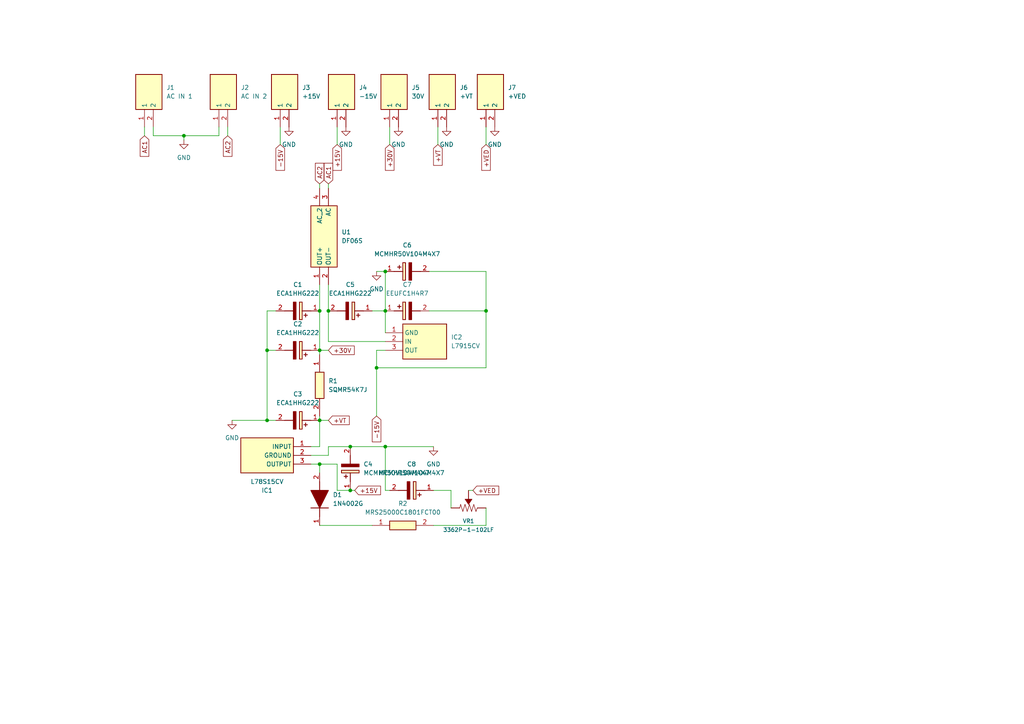
<source format=kicad_sch>
(kicad_sch (version 20230121) (generator eeschema)
  (paper "A4")
  (lib_symbols
    (symbol "SamacSys_Parts:1776119-2"
      (property "Reference" "J" (at 16.51 7.62 0))
      (property "Value" "1776119-2" (at 16.51 5.08 0))
      (symbol "1776119-2_1_1"
        (rectangle (start 5.08 2.54) (end 15.24 -5.08) (stroke (width 0.254)) (fill (type background)))
        (pin passive line (at 0 0 0) (length 5.08) (name "1") (number "1"))
        (pin passive line (at 0 -2.54 0) (length 5.08) (name "2") (number "2"))
      )
    )
    (symbol "SamacSys_Parts:1N4002G" (pin_names hide)
      (property "Reference" "D" (at 11.43 5.08 0))
      (property "Value" "1N4002G" (at 11.43 2.54 0))
      (symbol "1N4002G_1_1"
        (polyline (pts (xy 2.54 0) (xy 5.08 0)) (stroke (width 0.254)))
        (polyline (pts (xy 5.08 2.54) (xy 5.08 -2.54)) (stroke (width 0.254)))
        (polyline (pts (xy 10.16 0) (xy 12.7 0)) (stroke (width 0.254)))
        (polyline (pts (xy 5.08 0) (xy 10.16 2.54) (xy 10.16 -2.54) (xy 5.08 0)) (stroke (width 0.254)) (fill (type outline)))
        (pin passive line (at 0 0 0) (length 2.54) (name "K") (number "1"))
        (pin passive line (at 15.24 0 180) (length 2.54) (name "A") (number "2"))
      )
    )
    (symbol "SamacSys_Parts:DF06S"
      (property "Reference" "U" (at 24.13 7.62 0))
      (property "Value" "DF06S" (at 24.13 5.08 0))
      (symbol "DF06S_1_1"
        (rectangle (start 5.08 2.54) (end 22.86 -5.08) (stroke (width 0.254)) (fill (type background)))
        (pin passive line (at 0 0 0) (length 5.08) (name "OUT+") (number "1"))
        (pin passive line (at 0 -2.54 0) (length 5.08) (name "OUT-") (number "2"))
        (pin passive line (at 27.94 -2.54 180) (length 5.08) (name "AC") (number "3"))
        (pin passive line (at 27.94 0 180) (length 5.08) (name "AC_2") (number "4"))
      )
    )
    (symbol "SamacSys_Parts:ECA1HHG222" (pin_names hide)
      (property "Reference" "C" (at 8.89 6.35 0))
      (property "Value" "ECA1HHG222" (at 8.89 3.81 0))
      (symbol "ECA1HHG222_1_1"
        (polyline (pts (xy 2.54 0) (xy 5.08 0)) (stroke (width 0.254)))
        (polyline (pts (xy 4.064 1.778) (xy 4.064 0.762)) (stroke (width 0.254)))
        (polyline (pts (xy 4.572 1.27) (xy 3.556 1.27)) (stroke (width 0.254)))
        (polyline (pts (xy 7.62 0) (xy 10.16 0)) (stroke (width 0.254)))
        (polyline (pts (xy 7.62 2.54) (xy 7.62 -2.54) (xy 6.858 -2.54) (xy 6.858 2.54) (xy 7.62 2.54)) (stroke (width 0.254)) (fill (type outline)))
        (rectangle (start 5.08 2.54) (end 5.842 -2.54) (stroke (width 0.254)) (fill (type background)))
        (pin passive line (at 0 0 0) (length 2.54) (name "+") (number "1"))
        (pin passive line (at 12.7 0 180) (length 2.54) (name "-") (number "2"))
      )
    )
    (symbol "SamacSys_Parts:EEUFC1H4R7" (pin_names hide)
      (property "Reference" "C" (at 8.89 6.35 0))
      (property "Value" "EEUFC1H4R7" (at 8.89 3.81 0))
      (symbol "EEUFC1H4R7_1_1"
        (polyline (pts (xy 2.54 0) (xy 5.08 0)) (stroke (width 0.254)))
        (polyline (pts (xy 4.064 1.778) (xy 4.064 0.762)) (stroke (width 0.254)))
        (polyline (pts (xy 4.572 1.27) (xy 3.556 1.27)) (stroke (width 0.254)))
        (polyline (pts (xy 7.62 0) (xy 10.16 0)) (stroke (width 0.254)))
        (polyline (pts (xy 7.62 2.54) (xy 7.62 -2.54) (xy 6.858 -2.54) (xy 6.858 2.54) (xy 7.62 2.54)) (stroke (width 0.254)) (fill (type outline)))
        (rectangle (start 5.08 2.54) (end 5.842 -2.54) (stroke (width 0.254)) (fill (type background)))
        (pin passive line (at 0 0 0) (length 2.54) (name "+") (number "1"))
        (pin passive line (at 12.7 0 180) (length 2.54) (name "-") (number "2"))
      )
    )
    (symbol "SamacSys_Parts:L78S15CV"
      (property "Reference" "IC" (at 21.59 7.62 0))
      (property "Value" "L78S15CV" (at 21.59 5.08 0))
      (symbol "L78S15CV_1_1"
        (rectangle (start 5.08 2.54) (end 20.32 -7.62) (stroke (width 0.254)) (fill (type background)))
        (pin passive line (at 0 0 0) (length 5.08) (name "INPUT") (number "1"))
        (pin passive line (at 0 -2.54 0) (length 5.08) (name "GROUND") (number "2"))
        (pin passive line (at 0 -5.08 0) (length 5.08) (name "OUTPUT") (number "3"))
      )
    )
    (symbol "SamacSys_Parts:L7915CV"
      (property "Reference" "IC" (at 19.05 7.62 0))
      (property "Value" "L7915CV" (at 19.05 5.08 0))
      (symbol "L7915CV_1_1"
        (rectangle (start 5.08 2.54) (end 17.78 -7.62) (stroke (width 0.254)) (fill (type background)))
        (pin power_in line (at 0 0 0) (length 5.08) (name "GND") (number "1"))
        (pin power_in line (at 0 -2.54 0) (length 5.08) (name "IN") (number "2"))
        (pin power_in line (at 0 -5.08 0) (length 5.08) (name "OUT") (number "3"))
      )
    )
    (symbol "SamacSys_Parts:MCMHR50V104M4X7" (pin_names hide)
      (property "Reference" "C" (at 8.89 6.35 0))
      (property "Value" "MCMHR50V104M4X7" (at 8.89 3.81 0))
      (symbol "MCMHR50V104M4X7_1_1"
        (polyline (pts (xy 2.54 0) (xy 5.08 0)) (stroke (width 0.254)))
        (polyline (pts (xy 4.064 1.778) (xy 4.064 0.762)) (stroke (width 0.254)))
        (polyline (pts (xy 4.572 1.27) (xy 3.556 1.27)) (stroke (width 0.254)))
        (polyline (pts (xy 7.62 0) (xy 10.16 0)) (stroke (width 0.254)))
        (polyline (pts (xy 7.62 2.54) (xy 7.62 -2.54) (xy 6.858 -2.54) (xy 6.858 2.54) (xy 7.62 2.54)) (stroke (width 0.254)) (fill (type outline)))
        (rectangle (start 5.08 2.54) (end 5.842 -2.54) (stroke (width 0.254)) (fill (type background)))
        (pin passive line (at 0 0 0) (length 2.54) (name "+") (number "1"))
        (pin passive line (at 12.7 0 180) (length 2.54) (name "-") (number "2"))
      )
    )
    (symbol "SamacSys_Parts:MRS25000C1801FCT00" (pin_names hide)
      (property "Reference" "R" (at 13.97 6.35 0))
      (property "Value" "MRS25000C1801FCT00" (at 13.97 3.81 0))
      (symbol "MRS25000C1801FCT00_1_1"
        (rectangle (start 5.08 1.27) (end 12.7 -1.27) (stroke (width 0.254)) (fill (type background)))
        (pin passive line (at 0 0 0) (length 5.08) (name "1") (number "1"))
        (pin passive line (at 17.78 0 180) (length 5.08) (name "2") (number "2"))
      )
    )
    (symbol "SamacSys_Parts:SQMR54K7J" (pin_names hide)
      (property "Reference" "R" (at 13.97 6.35 0))
      (property "Value" "SQMR54K7J" (at 13.97 3.81 0))
      (symbol "SQMR54K7J_1_1"
        (rectangle (start 5.08 1.27) (end 12.7 -1.27) (stroke (width 0.254)) (fill (type background)))
        (pin passive line (at 0 0 0) (length 5.08) (name "1") (number "1"))
        (pin passive line (at 17.78 0 180) (length 5.08) (name "2") (number "2"))
      )
    )
    (symbol "SparkFun-Resistors:TRIMPOT-PTH-10MM-KNOB-1_2W-10%" (pin_numbers hide) (pin_names (offset 1.016) hide)
      (property "Reference" "VR" (at -1.27 -5.08 90))
      (property "Value" "TRIMPOT-PTH-10MM-KNOB-1_2W-10%" (at 5.08 1.27 90))
      (property "Field4" "RES-09730" (at -5.08 0 90))
      (symbol "TRIMPOT-PTH-10MM-KNOB-1_2W-10%_1_0"
        (polyline (pts (xy -1.016 -2.159) (xy 1.016 -1.524)))
        (polyline (pts (xy -1.016 -0.889) (xy 1.016 -0.254)))
        (polyline (pts (xy -1.016 0.381) (xy 1.016 1.016)))
        (polyline (pts (xy -1.016 1.651) (xy 1.016 2.286)))
        (polyline (pts (xy 0 -2.54) (xy -1.016 -2.159)))
        (polyline (pts (xy 1.016 -1.524) (xy -1.016 -0.889)))
        (polyline (pts (xy 1.016 -0.254) (xy -1.016 0.381)))
        (polyline (pts (xy 1.016 1.016) (xy -1.016 1.651)))
        (polyline (pts (xy 1.016 2.286) (xy 0 2.54)))
      )
      (symbol "TRIMPOT-PTH-10MM-KNOB-1_2W-10%_1_1"
        (polyline (pts (xy 1.016 0) (xy 2.54 -1.016) (xy 2.54 -1.016) (xy 2.54 1.016) (xy 2.54 1.016) (xy 1.016 0)) (fill (type outline)))
        (pin passive line (at 0 5.08 270) (length 2.54) (name "CCW") (number "1"))
        (pin passive line (at 5.08 0 180) (length 2.54) (name "WIPER") (number "2"))
        (pin passive line (at 0 -5.08 90) (length 2.54) (name "CW") (number "3"))
      )
    )
    (symbol "power:GND" (power) (pin_names (offset 0))
      (property "Value" "GND" (at 0 -3.81 0))
      (symbol "GND_0_1"
        (polyline (pts (xy 0 0) (xy 0 -1.27) (xy 1.27 -1.27) (xy 0 -2.54) (xy -1.27 -1.27) (xy 0 -1.27)))
      )
      (symbol "GND_1_1"
        (pin power_in line (at 0 0 270) (length 0) hide (name "GND") (number "1"))
      )
    )
  )
  (junction (at 101.6 142.24))
  (junction (at 111.76 129.54))
  (junction (at 53.34 39.37))
  (junction (at 95.25 90.17))
  (junction (at 77.47 101.6))
  (junction (at 140.97 90.17))
  (junction (at 92.71 134.62))
  (junction (at 101.6 129.54))
  (junction (at 92.71 90.17))
  (junction (at 111.76 78.74))
  (junction (at 92.71 101.6))
  (junction (at 111.76 90.17))
  (junction (at 92.71 121.92))
  (junction (at 77.47 121.92))
  (junction (at 109.22 106.68))
  (wire (pts (xy 95.25 53.34) (xy 95.25 54.61)))
  (wire (pts (xy 111.76 101.6) (xy 109.22 101.6)))
  (wire (pts (xy 92.71 53.34) (xy 92.71 54.61)))
  (wire (pts (xy 95.25 99.06) (xy 95.25 90.17)))
  (wire (pts (xy 127 41.91) (xy 127 36.83)))
  (wire (pts (xy 77.47 90.17) (xy 80.01 90.17)))
  (wire (pts (xy 140.97 152.4) (xy 140.97 147.32)))
  (wire (pts (xy 77.47 101.6) (xy 80.01 101.6)))
  (wire (pts (xy 92.71 90.17) (xy 92.71 101.6)))
  (wire (pts (xy 44.45 39.37) (xy 53.34 39.37)))
  (wire (pts (xy 140.97 41.91) (xy 140.97 36.83)))
  (wire (pts (xy 92.71 152.4) (xy 107.95 152.4)))
  (wire (pts (xy 41.91 36.83) (xy 41.91 39.37)))
  (wire (pts (xy 111.76 99.06) (xy 95.25 99.06)))
  (wire (pts (xy 90.17 129.54) (xy 92.71 129.54)))
  (wire (pts (xy 109.22 78.74) (xy 111.76 78.74)))
  (wire (pts (xy 140.97 90.17) (xy 140.97 78.74)))
  (wire (pts (xy 90.17 134.62) (xy 92.71 134.62)))
  (wire (pts (xy 77.47 101.6) (xy 77.47 90.17)))
  (wire (pts (xy 92.71 121.92) (xy 95.25 121.92)))
  (wire (pts (xy 92.71 134.62) (xy 97.79 134.62)))
  (wire (pts (xy 97.79 142.24) (xy 101.6 142.24)))
  (wire (pts (xy 135.89 142.24) (xy 137.16 142.24)))
  (wire (pts (xy 81.28 41.91) (xy 81.28 36.83)))
  (wire (pts (xy 124.46 90.17) (xy 140.97 90.17)))
  (wire (pts (xy 97.79 134.62) (xy 97.79 142.24)))
  (wire (pts (xy 92.71 82.55) (xy 92.71 90.17)))
  (wire (pts (xy 95.25 82.55) (xy 95.25 90.17)))
  (wire (pts (xy 125.73 152.4) (xy 140.97 152.4)))
  (wire (pts (xy 44.45 36.83) (xy 44.45 39.37)))
  (wire (pts (xy 111.76 129.54) (xy 111.76 142.24)))
  (wire (pts (xy 113.03 41.91) (xy 113.03 36.83)))
  (wire (pts (xy 97.79 41.91) (xy 97.79 36.83)))
  (wire (pts (xy 95.25 101.6) (xy 92.71 101.6)))
  (wire (pts (xy 130.81 142.24) (xy 125.73 142.24)))
  (wire (pts (xy 130.81 147.32) (xy 130.81 142.24)))
  (wire (pts (xy 66.04 36.83) (xy 66.04 39.37)))
  (wire (pts (xy 101.6 142.24) (xy 102.87 142.24)))
  (wire (pts (xy 109.22 106.68) (xy 109.22 120.65)))
  (wire (pts (xy 111.76 78.74) (xy 111.76 90.17)))
  (wire (pts (xy 77.47 121.92) (xy 77.47 101.6)))
  (wire (pts (xy 101.6 129.54) (xy 111.76 129.54)))
  (wire (pts (xy 92.71 101.6) (xy 92.71 102.87)))
  (wire (pts (xy 53.34 40.64) (xy 53.34 39.37)))
  (wire (pts (xy 92.71 134.62) (xy 92.71 137.16)))
  (wire (pts (xy 111.76 90.17) (xy 107.95 90.17)))
  (wire (pts (xy 95.25 132.08) (xy 90.17 132.08)))
  (wire (pts (xy 67.31 121.92) (xy 77.47 121.92)))
  (wire (pts (xy 92.71 120.65) (xy 92.71 121.92)))
  (wire (pts (xy 111.76 90.17) (xy 111.76 96.52)))
  (wire (pts (xy 140.97 78.74) (xy 124.46 78.74)))
  (wire (pts (xy 111.76 142.24) (xy 113.03 142.24)))
  (wire (pts (xy 95.25 129.54) (xy 101.6 129.54)))
  (wire (pts (xy 140.97 106.68) (xy 109.22 106.68)))
  (wire (pts (xy 92.71 129.54) (xy 92.71 121.92)))
  (wire (pts (xy 63.5 39.37) (xy 63.5 36.83)))
  (wire (pts (xy 95.25 129.54) (xy 95.25 132.08)))
  (wire (pts (xy 53.34 39.37) (xy 63.5 39.37)))
  (wire (pts (xy 111.76 129.54) (xy 125.73 129.54)))
  (wire (pts (xy 80.01 121.92) (xy 77.47 121.92)))
  (wire (pts (xy 140.97 90.17) (xy 140.97 106.68)))
  (wire (pts (xy 109.22 101.6) (xy 109.22 106.68)))
  (global_label "-15V" (shape input) (at 81.28 41.91 270) (property "Intersheetrefs" "${INTERSHEET_REFS}" (effects hide)))
  (global_label "+VT" (shape input) (at 127 41.91 270) (property "Intersheetrefs" "${INTERSHEET_REFS}" (effects hide)))
  (global_label "AC2" (shape input) (at 92.71 53.34 90) (property "Intersheetrefs" "${INTERSHEET_REFS}" (effects hide)))
  (global_label "+15V" (shape input) (at 102.87 142.24 0) (property "Intersheetrefs" "${INTERSHEET_REFS}" (effects hide)))
  (global_label "+VT" (shape input) (at 95.25 121.92 0) (property "Intersheetrefs" "${INTERSHEET_REFS}" (effects hide)))
  (global_label "+VED" (shape input) (at 140.97 41.91 270) (property "Intersheetrefs" "${INTERSHEET_REFS}" (effects hide)))
  (global_label "+VED" (shape input) (at 137.16 142.24 0) (property "Intersheetrefs" "${INTERSHEET_REFS}" (effects hide)))
  (global_label "AC1" (shape input) (at 95.25 53.34 90) (property "Intersheetrefs" "${INTERSHEET_REFS}" (effects hide)))
  (global_label "+30V" (shape input) (at 95.25 101.6 0) (property "Intersheetrefs" "${INTERSHEET_REFS}" (effects hide)))
  (global_label "+15V" (shape input) (at 97.79 41.91 270) (property "Intersheetrefs" "${INTERSHEET_REFS}" (effects hide)))
  (global_label "AC2" (shape input) (at 66.04 39.37 270) (property "Intersheetrefs" "${INTERSHEET_REFS}" (effects hide)))
  (global_label "-15V" (shape input) (at 109.22 120.65 270) (property "Intersheetrefs" "${INTERSHEET_REFS}" (effects hide)))
  (global_label "+30V" (shape input) (at 113.03 41.91 270) (property "Intersheetrefs" "${INTERSHEET_REFS}" (effects hide)))
  (global_label "AC1" (shape input) (at 41.91 39.37 270) (property "Intersheetrefs" "${INTERSHEET_REFS}" (effects hide)))
  (symbol (lib_id "SamacSys_Parts:EEUFC1H4R7") (at 111.76 90.17 0) (unit 1)
    (property "Reference" "C7" (at 118.11 82.55 0))
    (property "Value" "EEUFC1H4R7" (at 118.11 85.09 0))
    (property "Footprint" "SamacSys_Parts:CAPPRD200W55D500H1250" (effects hide))
    (property "Datasheet" "http://industrial.panasonic.com/cdbs/www-data/pdf/RDF0000/ABA0000C1209.pdf" (effects hide))
    (property "Height" "12.5" (effects hide))
    (property "Manufacturer_Name" "Panasonic" (effects hide))
    (property "Manufacturer_Part_Number" "EEUFC1H4R7" (effects hide))
  )
  (symbol (lib_id "power:GND") (at 83.82 36.83 0) (unit 1)
    (property "Reference" "#PWR05" (effects hide))
    (property "Value" "GND" (at 83.82 41.91 0))
  )
  (symbol (lib_id "SamacSys_Parts:MCMHR50V104M4X7") (at 125.73 142.24 180) (unit 1)
    (property "Reference" "C8" (at 119.38 134.62 0))
    (property "Value" "MCMHR50V104M4X7" (at 119.38 137.16 0))
    (property "Footprint" "SamacSys_Parts:CAPPRD150W47D425H800" (effects hide))
    (property "Datasheet" "https://componentsearchengine.com/Datasheets/2/MCMHR50V104M4X7.pdf" (effects hide))
    (property "Height" "8" (effects hide))
    (property "Manufacturer_Name" "Multicomp Pro" (effects hide))
    (property "Manufacturer_Part_Number" "MCMHR50V104M4X7" (effects hide))
  )
  (symbol (lib_id "SamacSys_Parts:ECA1HHG222") (at 107.95 90.17 180) (unit 1)
    (property "Reference" "C5" (at 101.6 82.55 0))
    (property "Value" "ECA1HHG222" (at 101.6 85.09 0))
    (property "Footprint" "SamacSys_Parts:CAPPRD750W85D1600H3350" (effects hide))
    (property "Datasheet" "http://industrial.panasonic.com/cdbs/www-data/pdf/RDF0000/ABA0000C1215.pdf" (effects hide))
    (property "Height" "33.5" (effects hide))
    (property "Manufacturer_Name" "Panasonic" (effects hide))
    (property "Manufacturer_Part_Number" "ECA1HHG222" (effects hide))
  )
  (symbol (lib_id "SamacSys_Parts:L7915CV") (at 111.76 96.52 0) (unit 1)
    (property "Reference" "IC2" (at 130.81 97.79 0) (effects (justify left)))
    (property "Value" "L7915CV" (at 130.81 100.33 0) (effects (justify left)))
    (property "Footprint" "SamacSys_Parts:TO270P460X1020X2008-3P" (effects hide))
    (property "Datasheet" "http://www.st.com/web/en/resource/technical/document/datasheet/CD00000450.pdf" (effects hide))
    (property "Height" "4.6" (effects hide))
    (property "Manufacturer_Name" "STMicroelectronics" (effects hide))
    (property "Manufacturer_Part_Number" "L7915CV" (effects hide))
  )
  (symbol (lib_id "power:GND") (at 143.51 36.83 0) (unit 1)
    (property "Reference" "#PWR09" (effects hide))
    (property "Value" "GND" (at 143.51 41.91 0))
  )
  (symbol (lib_id "SamacSys_Parts:L78S15CV") (at 90.17 129.54 0) (mirror y) (unit 1)
    (property "Reference" "IC1" (at 77.47 142.24 0))
    (property "Value" "L78S15CV" (at 77.47 139.7 0))
    (property "Footprint" "SamacSys_Parts:TO255P460X1020X2008-3P" (effects hide))
    (property "Datasheet" "http://www.st.com/web/en/resource/technical/document/datasheet/CD00000449.pdf" (effects hide))
    (property "Height" "4.6" (effects hide))
    (property "Manufacturer_Name" "STMicroelectronics" (effects hide))
    (property "Manufacturer_Part_Number" "L78S15CV" (effects hide))
  )
  (symbol (lib_id "SamacSys_Parts:ECA1HHG222") (at 92.71 90.17 180) (unit 1)
    (property "Reference" "C1" (at 86.36 82.55 0))
    (property "Value" "ECA1HHG222" (at 86.36 85.09 0))
    (property "Footprint" "SamacSys_Parts:CAPPRD750W85D1600H3350" (effects hide))
    (property "Datasheet" "http://industrial.panasonic.com/cdbs/www-data/pdf/RDF0000/ABA0000C1215.pdf" (effects hide))
    (property "Height" "33.5" (effects hide))
    (property "Manufacturer_Name" "Panasonic" (effects hide))
    (property "Manufacturer_Part_Number" "ECA1HHG222" (effects hide))
  )
  (symbol (lib_id "SamacSys_Parts:MRS25000C1801FCT00") (at 107.95 152.4 0) (unit 1)
    (property "Reference" "R2" (at 116.84 146.05 0))
    (property "Value" "MRS25000C1801FCT00" (at 116.84 148.59 0))
    (property "Footprint" "SamacSys_Parts:RESAD1650W60L650D250" (effects hide))
    (property "Datasheet" "http://www.vishay.com/docs/28724/mrs16m25.pdf" (effects hide))
    (property "Manufacturer_Name" "Vishay" (effects hide))
    (property "Manufacturer_Part_Number" "MRS25000C1801FCT00" (effects hide))
  )
  (symbol (lib_id "power:GND") (at 109.22 78.74 0) (unit 1)
    (property "Reference" "#PWR03" (effects hide))
    (property "Value" "GND" (at 109.22 83.82 0))
  )
  (symbol (lib_id "power:GND") (at 125.73 129.54 0) (unit 1)
    (property "Reference" "#PWR04" (effects hide))
    (property "Value" "GND" (at 125.73 134.62 0))
  )
  (symbol (lib_id "SparkFun-Resistors:TRIMPOT-PTH-10MM-KNOB-1_2W-10%") (at 135.89 147.32 90) (unit 1)
    (property "Reference" "VR1" (at 135.89 151.13 90) (effects (font (size 1.143 1.143))))
    (property "Value" "3362P-1-102LF" (at 135.89 153.67 90) (effects (font (size 1.143 1.143))))
    (property "Footprint" "SamacSys_Parts:3362P_1" (effects hide))
    (property "Field4" "RES-09730" (effects hide))
  )
  (symbol (lib_id "SamacSys_Parts:1776119-2") (at 127 36.83 90) (unit 1)
    (property "Reference" "J6" (at 133.35 25.4 90) (effects (justify right)))
    (property "Value" "+VT" (at 133.35 27.94 90) (effects (justify right)))
    (property "Footprint" "SamacSys_Parts:17761192" (effects hide))
    (property "Datasheet" "https://www.te.com/commerce/DocumentDelivery/DDEController?Action=showdoc&DocId=Customer+Drawing%7F1776119%7FB7%7Fpdf%7FEnglish%7FENG_CD_1776119_B7.pdf%7F1776119-2" (effects hide))
    (property "Height" "10.15" (effects hide))
    (property "Manufacturer_Name" "TE Connectivity" (effects hide))
    (property "Manufacturer_Part_Number" "1776119-2" (effects hide))
  )
  (symbol (lib_id "SamacSys_Parts:ECA1HHG222") (at 92.71 121.92 180) (unit 1)
    (property "Reference" "C3" (at 86.36 114.3 0))
    (property "Value" "ECA1HHG222" (at 86.36 116.84 0))
    (property "Footprint" "SamacSys_Parts:CAPPRD750W85D1600H3350" (effects hide))
    (property "Datasheet" "http://industrial.panasonic.com/cdbs/www-data/pdf/RDF0000/ABA0000C1215.pdf" (effects hide))
    (property "Height" "33.5" (effects hide))
    (property "Manufacturer_Name" "Panasonic" (effects hide))
    (property "Manufacturer_Part_Number" "ECA1HHG222" (effects hide))
  )
  (symbol (lib_id "SamacSys_Parts:1776119-2") (at 81.28 36.83 90) (unit 1)
    (property "Reference" "J3" (at 87.63 25.4 90) (effects (justify right)))
    (property "Value" "+15V" (at 87.63 27.94 90) (effects (justify right)))
    (property "Footprint" "SamacSys_Parts:17761192" (effects hide))
    (property "Datasheet" "https://www.te.com/commerce/DocumentDelivery/DDEController?Action=showdoc&DocId=Customer+Drawing%7F1776119%7FB7%7Fpdf%7FEnglish%7FENG_CD_1776119_B7.pdf%7F1776119-2" (effects hide))
    (property "Height" "10.15" (effects hide))
    (property "Manufacturer_Name" "TE Connectivity" (effects hide))
    (property "Manufacturer_Part_Number" "1776119-2" (effects hide))
  )
  (symbol (lib_id "power:GND") (at 67.31 121.92 0) (unit 1)
    (property "Reference" "#PWR01" (effects hide))
    (property "Value" "GND" (at 67.31 127 0))
  )
  (symbol (lib_id "SamacSys_Parts:1776119-2") (at 140.97 36.83 90) (unit 1)
    (property "Reference" "J7" (at 147.32 25.4 90) (effects (justify right)))
    (property "Value" "+VED" (at 147.32 27.94 90) (effects (justify right)))
    (property "Footprint" "SamacSys_Parts:17761192" (effects hide))
    (property "Datasheet" "https://www.te.com/commerce/DocumentDelivery/DDEController?Action=showdoc&DocId=Customer+Drawing%7F1776119%7FB7%7Fpdf%7FEnglish%7FENG_CD_1776119_B7.pdf%7F1776119-2" (effects hide))
    (property "Height" "10.15" (effects hide))
    (property "Manufacturer_Name" "TE Connectivity" (effects hide))
    (property "Manufacturer_Part_Number" "1776119-2" (effects hide))
  )
  (symbol (lib_id "SamacSys_Parts:1776119-2") (at 63.5 36.83 90) (unit 1)
    (property "Reference" "J2" (at 69.85 25.4 90) (effects (justify right)))
    (property "Value" "AC IN 2" (at 69.85 27.94 90) (effects (justify right)))
    (property "Footprint" "SamacSys_Parts:17761192" (effects hide))
    (property "Datasheet" "https://www.te.com/commerce/DocumentDelivery/DDEController?Action=showdoc&DocId=Customer+Drawing%7F1776119%7FB7%7Fpdf%7FEnglish%7FENG_CD_1776119_B7.pdf%7F1776119-2" (effects hide))
    (property "Height" "10.15" (effects hide))
    (property "Manufacturer_Name" "TE Connectivity" (effects hide))
    (property "Manufacturer_Part_Number" "1776119-2" (effects hide))
  )
  (symbol (lib_id "SamacSys_Parts:MCMHR50V104M4X7") (at 111.76 78.74 0) (unit 1)
    (property "Reference" "C6" (at 118.11 71.12 0))
    (property "Value" "MCMHR50V104M4X7" (at 118.11 73.66 0))
    (property "Footprint" "SamacSys_Parts:CAPPRD150W47D425H800" (effects hide))
    (property "Datasheet" "https://componentsearchengine.com/Datasheets/2/MCMHR50V104M4X7.pdf" (effects hide))
    (property "Height" "8" (effects hide))
    (property "Manufacturer_Name" "Multicomp Pro" (effects hide))
    (property "Manufacturer_Part_Number" "MCMHR50V104M4X7" (effects hide))
  )
  (symbol (lib_id "SamacSys_Parts:ECA1HHG222") (at 92.71 101.6 180) (unit 1)
    (property "Reference" "C2" (at 86.36 93.98 0))
    (property "Value" "ECA1HHG222" (at 86.36 96.52 0))
    (property "Footprint" "SamacSys_Parts:CAPPRD750W85D1600H3350" (effects hide))
    (property "Datasheet" "http://industrial.panasonic.com/cdbs/www-data/pdf/RDF0000/ABA0000C1215.pdf" (effects hide))
    (property "Height" "33.5" (effects hide))
    (property "Manufacturer_Name" "Panasonic" (effects hide))
    (property "Manufacturer_Part_Number" "ECA1HHG222" (effects hide))
  )
  (symbol (lib_id "power:GND") (at 115.57 36.83 0) (unit 1)
    (property "Reference" "#PWR07" (effects hide))
    (property "Value" "GND" (at 115.57 41.91 0))
  )
  (symbol (lib_id "SamacSys_Parts:1776119-2") (at 113.03 36.83 90) (unit 1)
    (property "Reference" "J5" (at 119.38 25.4 90) (effects (justify right)))
    (property "Value" "30V" (at 119.38 27.94 90) (effects (justify right)))
    (property "Footprint" "SamacSys_Parts:17761192" (effects hide))
    (property "Datasheet" "https://www.te.com/commerce/DocumentDelivery/DDEController?Action=showdoc&DocId=Customer+Drawing%7F1776119%7FB7%7Fpdf%7FEnglish%7FENG_CD_1776119_B7.pdf%7F1776119-2" (effects hide))
    (property "Height" "10.15" (effects hide))
    (property "Manufacturer_Name" "TE Connectivity" (effects hide))
    (property "Manufacturer_Part_Number" "1776119-2" (effects hide))
  )
  (symbol (lib_id "SamacSys_Parts:DF06S") (at 92.71 82.55 90) (unit 1)
    (property "Reference" "U1" (at 99.06 67.31 90) (effects (justify right)))
    (property "Value" "DF06S" (at 99.06 69.85 90) (effects (justify right)))
    (property "Footprint" "SamacSys_Parts:SOT508P985X260-4N" (effects hide))
    (property "Datasheet" "http://componentsearchengine.com/Datasheets/1/DF06S.pdf" (effects hide))
    (property "Manufacturer_Name" "onsemi" (effects hide))
    (property "Manufacturer_Part_Number" "DF06S" (effects hide))
  )
  (symbol (lib_id "SamacSys_Parts:1776119-2") (at 41.91 36.83 90) (unit 1)
    (property "Reference" "J1" (at 48.26 25.4 90) (effects (justify right)))
    (property "Value" "AC IN 1" (at 48.26 27.94 90) (effects (justify right)))
    (property "Footprint" "SamacSys_Parts:17761192" (effects hide))
    (property "Datasheet" "https://www.te.com/commerce/DocumentDelivery/DDEController?Action=showdoc&DocId=Customer+Drawing%7F1776119%7FB7%7Fpdf%7FEnglish%7FENG_CD_1776119_B7.pdf%7F1776119-2" (effects hide))
    (property "Height" "10.15" (effects hide))
    (property "Manufacturer_Name" "TE Connectivity" (effects hide))
    (property "Manufacturer_Part_Number" "1776119-2" (effects hide))
  )
  (symbol (lib_id "SamacSys_Parts:MCMHR50V104M4X7") (at 101.6 142.24 90) (unit 1)
    (property "Reference" "C4" (at 105.41 134.62 90) (effects (justify right)))
    (property "Value" "MCMHR50V104M4X7" (at 105.41 137.16 90) (effects (justify right)))
    (property "Footprint" "SamacSys_Parts:CAPPRD150W47D425H800" (effects hide))
    (property "Datasheet" "https://componentsearchengine.com/Datasheets/2/MCMHR50V104M4X7.pdf" (effects hide))
    (property "Height" "8" (effects hide))
    (property "Manufacturer_Name" "Multicomp Pro" (effects hide))
    (property "Manufacturer_Part_Number" "MCMHR50V104M4X7" (effects hide))
  )
  (symbol (lib_id "SamacSys_Parts:SQMR54K7J") (at 92.71 102.87 270) (unit 1)
    (property "Reference" "R1" (at 95.25 110.49 90) (effects (justify left)))
    (property "Value" "SQMR54K7J" (at 95.25 113.03 90) (effects (justify left)))
    (property "Footprint" "SamacSys_Parts:SQMR54K7J" (effects hide))
    (property "Datasheet" "https://datasheet.datasheetarchive.com/originals/dk/DKDS42/DSANUWW0051575.pdf" (effects hide))
    (property "Height" "26" (effects hide))
    (property "Manufacturer_Name" "TE Connectivity" (effects hide))
    (property "Manufacturer_Part_Number" "SQMR54K7J" (effects hide))
  )
  (symbol (lib_id "power:GND") (at 100.33 36.83 0) (unit 1)
    (property "Reference" "#PWR06" (effects hide))
    (property "Value" "GND" (at 100.33 41.91 0))
  )
  (symbol (lib_id "power:GND") (at 129.54 36.83 0) (unit 1)
    (property "Reference" "#PWR08" (effects hide))
    (property "Value" "GND" (at 129.54 41.91 0))
  )
  (symbol (lib_id "SamacSys_Parts:1N4002G") (at 92.71 152.4 90) (unit 1)
    (property "Reference" "D1" (at 96.52 143.51 90) (effects (justify right)))
    (property "Value" "1N4002G" (at 96.52 146.05 90) (effects (justify right)))
    (property "Footprint" "SamacSys_Parts:DIOAD1405W86L465D235" (effects hide))
    (property "Datasheet" "http://www.onsemi.com/pub/Collateral/1N4001-D.PDF" (effects hide))
    (property "Manufacturer_Name" "onsemi" (effects hide))
    (property "Manufacturer_Part_Number" "1N4002G" (effects hide))
  )
  (symbol (lib_id "power:GND") (at 53.34 40.64 0) (unit 1)
    (property "Reference" "#PWR02" (effects hide))
    (property "Value" "GND" (at 53.34 45.72 0))
  )
  (symbol (lib_id "SamacSys_Parts:1776119-2") (at 97.79 36.83 90) (unit 1)
    (property "Reference" "J4" (at 104.14 25.4 90) (effects (justify right)))
    (property "Value" "-15V" (at 104.14 27.94 90) (effects (justify right)))
    (property "Footprint" "SamacSys_Parts:17761192" (effects hide))
    (property "Datasheet" "https://www.te.com/commerce/DocumentDelivery/DDEController?Action=showdoc&DocId=Customer+Drawing%7F1776119%7FB7%7Fpdf%7FEnglish%7FENG_CD_1776119_B7.pdf%7F1776119-2" (effects hide))
    (property "Height" "10.15" (effects hide))
    (property "Manufacturer_Name" "TE Connectivity" (effects hide))
    (property "Manufacturer_Part_Number" "1776119-2" (effects hide))
  )
)
</source>
